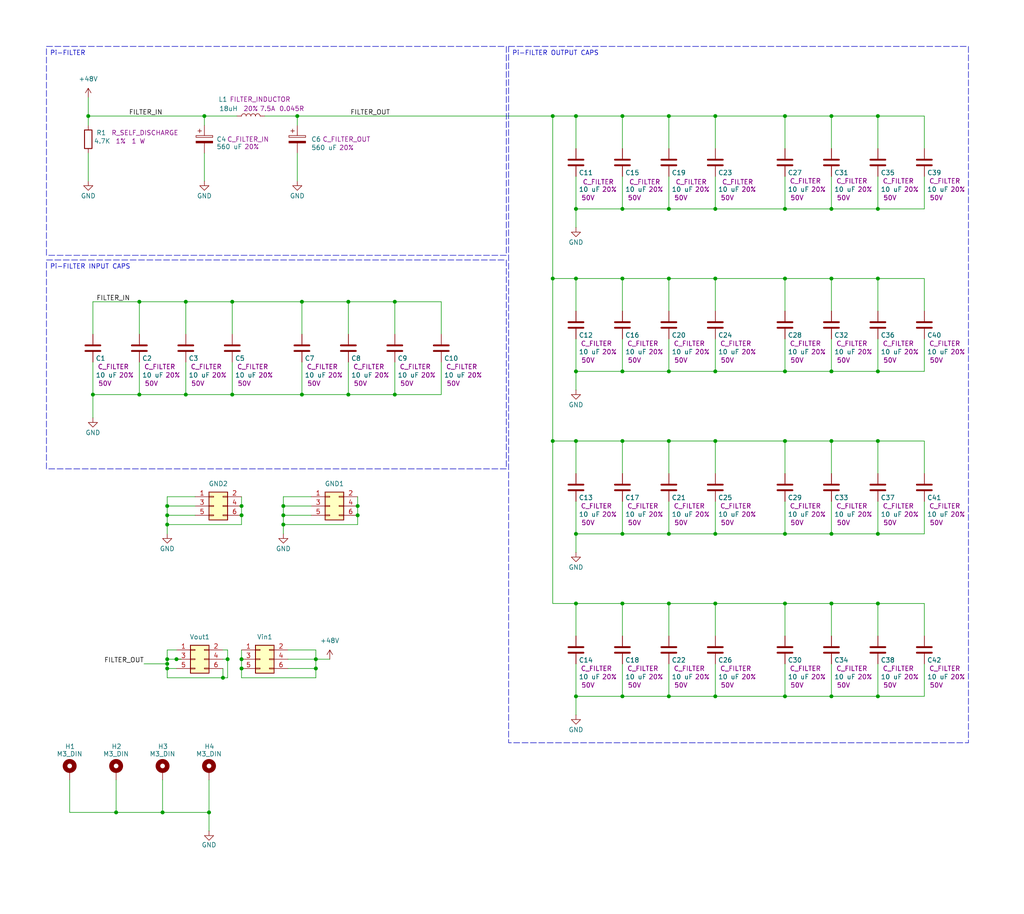
<source format=kicad_sch>
(kicad_sch (version 20250114) (generator "eeschema") (generator_version "9.0")
  (paper "User" 280 250)
  (title_block (title "dual-converter-pi-filter-module") (date "2025-07-29") (rev "G") (company "Rack Robotics, Inc.") (comment 1 "For High-Current Phase"))
  (text_box "Pi-FILTER INPUT CAPS" (at 12.7 71.12 0) (size 125.73 57.15) (margins 0.9525 0.9525 0.9525 0.9525) (stroke (width 0) (type dash)) (effects (font (size 1.27 1.27)) (justify left top)))
  (text_box "Pi-FILTER" (at 12.7 12.7 0) (size 125.73 57.15) (margins 0.9525 0.9525 0.9525 0.9525) (stroke (width 0) (type dash)) (effects (font (size 1.27 1.27)) (justify left top)))
  (text_box "Pi-FILTER OUTPUT CAPS" (at 139.065 12.7 0) (size 125.73 190.5) (margins 0.9525 0.9525 0.9525 0.9525) (stroke (width 0) (type dash)) (effects (font (size 1.27 1.27)) (justify left top)))
  (junction (at 63.5 82.55))
  (junction (at 195.58 120.65))
  (junction (at 62.23 180.34))
  (junction (at 82.55 82.55))
  (junction (at 195.58 76.2))
  (junction (at 157.48 165.1))
  (junction (at 227.33 146.05))
  (junction (at 227.33 165.1))
  (junction (at 240.03 146.05))
  (junction (at 240.03 101.6))
  (junction (at 95.25 82.55))
  (junction (at 182.88 165.1))
  (junction (at 77.47 140.97))
  (junction (at 170.18 165.1))
  (junction (at 45.72 140.97))
  (junction (at 81.28 31.75))
  (junction (at 182.88 190.5))
  (junction (at 214.63 165.1))
  (junction (at 44.45 222.25))
  (junction (at 195.58 57.15))
  (junction (at 157.48 57.15))
  (junction (at 170.18 120.65))
  (junction (at 66.04 182.88))
  (junction (at 227.33 120.65))
  (junction (at 214.63 146.05))
  (junction (at 240.03 57.15))
  (junction (at 227.33 101.6))
  (junction (at 45.72 143.51))
  (junction (at 182.88 57.15))
  (junction (at 195.58 31.75))
  (junction (at 24.13 31.75))
  (junction (at 195.58 101.6))
  (junction (at 107.95 82.55))
  (junction (at 157.48 101.6))
  (junction (at 170.18 146.05))
  (junction (at 66.04 180.34))
  (junction (at 50.8 107.95))
  (junction (at 107.95 107.95))
  (junction (at 240.03 76.2))
  (junction (at 86.36 180.34))
  (junction (at 77.47 138.43))
  (junction (at 151.13 31.75))
  (junction (at 60.96 185.42))
  (junction (at 45.72 182.88))
  (junction (at 31.75 222.25))
  (junction (at 45.72 181.61))
  (junction (at 151.13 76.2))
  (junction (at 157.48 76.2))
  (junction (at 48.26 180.34))
  (junction (at 66.04 140.97))
  (junction (at 95.25 107.95))
  (junction (at 38.1 107.95))
  (junction (at 25.4 107.95))
  (junction (at 227.33 31.75))
  (junction (at 214.63 190.5))
  (junction (at 227.33 190.5))
  (junction (at 63.5 107.95))
  (junction (at 195.58 146.05))
  (junction (at 182.88 120.65))
  (junction (at 214.63 31.75))
  (junction (at 82.55 107.95))
  (junction (at 157.48 120.65))
  (junction (at 195.58 165.1))
  (junction (at 77.47 143.51))
  (junction (at 50.8 82.55))
  (junction (at 151.13 120.65))
  (junction (at 157.48 190.5))
  (junction (at 214.63 101.6))
  (junction (at 157.48 31.75))
  (junction (at 240.03 165.1))
  (junction (at 214.63 120.65))
  (junction (at 182.88 101.6))
  (junction (at 227.33 76.2))
  (junction (at 240.03 190.5))
  (junction (at 170.18 57.15))
  (junction (at 97.79 138.43))
  (junction (at 240.03 120.65))
  (junction (at 57.15 222.25))
  (junction (at 45.72 180.34))
  (junction (at 170.18 190.5))
  (junction (at 214.63 57.15))
  (junction (at 214.63 76.2))
  (junction (at 157.48 146.05))
  (junction (at 170.18 76.2))
  (junction (at 195.58 190.5))
  (junction (at 66.04 138.43))
  (junction (at 227.33 57.15))
  (junction (at 97.79 140.97))
  (junction (at 240.03 31.75))
  (junction (at 45.72 138.43))
  (junction (at 86.36 182.88))
  (junction (at 170.18 101.6))
  (junction (at 55.88 31.75))
  (junction (at 170.18 31.75))
  (junction (at 182.88 146.05))
  (junction (at 38.1 82.55))
  (junction (at 182.88 76.2))
  (junction (at 182.88 31.75))
  (no_connect (at -7.62 121.92))
  (wire (pts (xy 252.73 31.75) (xy 252.73 40.64)))
  (wire (pts (xy 157.48 31.75) (xy 157.48 40.64)))
  (wire (pts (xy 97.79 140.97) (xy 97.79 143.51)))
  (wire (pts (xy 240.03 101.6) (xy 252.73 101.6)))
  (wire (pts (xy 38.1 99.06) (xy 38.1 107.95)))
  (wire (pts (xy 63.5 82.55) (xy 82.55 82.55)))
  (wire (pts (xy 182.88 48.26) (xy 182.88 57.15)))
  (wire (pts (xy 182.88 31.75) (xy 195.58 31.75)))
  (wire (pts (xy 19.05 222.25) (xy 31.75 222.25)))
  (wire (pts (xy 50.8 82.55) (xy 63.5 82.55)))
  (wire (pts (xy 97.79 138.43) (xy 97.79 140.97)))
  (wire (pts (xy 227.33 92.71) (xy 227.33 101.6)))
  (wire (pts (xy 107.95 82.55) (xy 120.65 82.55)))
  (wire (pts (xy 252.73 92.71) (xy 252.73 101.6)))
  (wire (pts (xy 170.18 165.1) (xy 182.88 165.1)))
  (wire (pts (xy 24.13 41.91) (xy 24.13 49.53)))
  (wire (pts (xy 81.28 41.91) (xy 81.28 49.53)))
  (wire (pts (xy 19.05 213.36) (xy 19.05 222.25)))
  (wire (pts (xy 182.88 146.05) (xy 195.58 146.05)))
  (wire (pts (xy 195.58 165.1) (xy 214.63 165.1)))
  (wire (pts (xy 182.88 57.15) (xy 195.58 57.15)))
  (wire (pts (xy 214.63 76.2) (xy 214.63 85.09)))
  (wire (pts (xy 170.18 120.65) (xy 182.88 120.65)))
  (wire (pts (xy 45.72 182.88) (xy 45.72 181.61)))
  (wire (pts (xy 85.09 135.89) (xy 77.47 135.89)))
  (wire (pts (xy 44.45 222.25) (xy 57.15 222.25)))
  (wire (pts (xy 214.63 48.26) (xy 214.63 57.15)))
  (wire (pts (xy 86.36 180.34) (xy 90.17 180.34)))
  (wire (pts (xy 157.48 146.05) (xy 157.48 151.13)))
  (wire (pts (xy 182.88 31.75) (xy 182.88 40.64)))
  (wire (pts (xy 195.58 57.15) (xy 214.63 57.15)))
  (wire (pts (xy 195.58 76.2) (xy 214.63 76.2)))
  (wire (pts (xy 252.73 48.26) (xy 252.73 57.15)))
  (wire (pts (xy 48.26 177.8) (xy 45.72 177.8)))
  (wire (pts (xy 25.4 82.55) (xy 25.4 91.44)))
  (wire (pts (xy 107.95 82.55) (xy 107.95 91.44)))
  (wire (pts (xy 170.18 31.75) (xy 170.18 40.64)))
  (wire (pts (xy 214.63 101.6) (xy 227.33 101.6)))
  (wire (pts (xy 45.72 143.51) (xy 45.72 140.97)))
  (wire (pts (xy 95.25 82.55) (xy 95.25 91.44)))
  (wire (pts (xy 195.58 120.65) (xy 214.63 120.65)))
  (wire (pts (xy 62.23 185.42) (xy 60.96 185.42)))
  (wire (pts (xy 240.03 48.26) (xy 240.03 57.15)))
  (wire (pts (xy 62.23 180.34) (xy 62.23 185.42)))
  (wire (pts (xy 170.18 48.26) (xy 170.18 57.15)))
  (wire (pts (xy 45.72 180.34) (xy 48.26 180.34)))
  (wire (pts (xy 62.23 177.8) (xy 62.23 180.34)))
  (wire (pts (xy 252.73 120.65) (xy 252.73 129.54)))
  (wire (pts (xy 157.48 31.75) (xy 170.18 31.75)))
  (wire (pts (xy 157.48 190.5) (xy 170.18 190.5)))
  (wire (pts (xy 66.04 143.51) (xy 45.72 143.51)))
  (wire (pts (xy 25.4 82.55) (xy 38.1 82.55)))
  (wire (pts (xy 151.13 165.1) (xy 157.48 165.1)))
  (wire (pts (xy 45.72 135.89) (xy 45.72 138.43)))
  (wire (pts (xy 227.33 101.6) (xy 240.03 101.6)))
  (wire (pts (xy 31.75 222.25) (xy 44.45 222.25)))
  (wire (pts (xy 157.48 48.26) (xy 157.48 57.15)))
  (wire (pts (xy 57.15 227.33) (xy 57.15 222.25)))
  (wire (pts (xy 227.33 76.2) (xy 227.33 85.09)))
  (wire (pts (xy 240.03 165.1) (xy 240.03 173.99)))
  (wire (pts (xy 227.33 137.16) (xy 227.33 146.05)))
  (wire (pts (xy 50.8 99.06) (xy 50.8 107.95)))
  (wire (pts (xy 157.48 120.65) (xy 157.48 129.54)))
  (wire (pts (xy 60.96 180.34) (xy 62.23 180.34)))
  (wire (pts (xy 182.88 137.16) (xy 182.88 146.05)))
  (wire (pts (xy 170.18 57.15) (xy 182.88 57.15)))
  (wire (pts (xy 214.63 146.05) (xy 227.33 146.05)))
  (wire (pts (xy 195.58 101.6) (xy 214.63 101.6)))
  (wire (pts (xy 170.18 76.2) (xy 182.88 76.2)))
  (wire (pts (xy 55.88 34.29) (xy 55.88 31.75)))
  (wire (pts (xy 24.13 26.67) (xy 24.13 31.75)))
  (wire (pts (xy 227.33 31.75) (xy 240.03 31.75)))
  (wire (pts (xy 157.48 146.05) (xy 170.18 146.05)))
  (wire (pts (xy 170.18 165.1) (xy 170.18 173.99)))
  (wire (pts (xy 39.37 181.61) (xy 45.72 181.61)))
  (wire (pts (xy 38.1 82.55) (xy 50.8 82.55)))
  (wire (pts (xy 227.33 76.2) (xy 240.03 76.2)))
  (wire (pts (xy 214.63 165.1) (xy 214.63 173.99)))
  (wire (pts (xy 240.03 165.1) (xy 252.73 165.1)))
  (wire (pts (xy 97.79 143.51) (xy 77.47 143.51)))
  (wire (pts (xy 78.74 180.34) (xy 86.36 180.34)))
  (wire (pts (xy 95.25 82.55) (xy 107.95 82.55)))
  (wire (pts (xy 157.48 120.65) (xy 170.18 120.65)))
  (wire (pts (xy 82.55 82.55) (xy 82.55 91.44)))
  (wire (pts (xy 214.63 120.65) (xy 227.33 120.65)))
  (wire (pts (xy 45.72 146.05) (xy 45.72 143.51)))
  (wire (pts (xy 157.48 76.2) (xy 157.48 85.09)))
  (wire (pts (xy 227.33 120.65) (xy 227.33 129.54)))
  (wire (pts (xy 95.25 107.95) (xy 107.95 107.95)))
  (wire (pts (xy 151.13 120.65) (xy 157.48 120.65)))
  (wire (pts (xy 227.33 190.5) (xy 240.03 190.5)))
  (wire (pts (xy 63.5 107.95) (xy 82.55 107.95)))
  (wire (pts (xy 170.18 146.05) (xy 182.88 146.05)))
  (wire (pts (xy 195.58 31.75) (xy 214.63 31.75)))
  (wire (pts (xy 120.65 82.55) (xy 120.65 91.44)))
  (wire (pts (xy 63.5 82.55) (xy 63.5 91.44)))
  (wire (pts (xy 170.18 76.2) (xy 170.18 85.09)))
  (wire (pts (xy 45.72 185.42) (xy 45.72 182.88)))
  (wire (pts (xy 157.48 76.2) (xy 170.18 76.2)))
  (wire (pts (xy 24.13 31.75) (xy 55.88 31.75)))
  (wire (pts (xy 77.47 146.05) (xy 77.47 143.51)))
  (wire (pts (xy 170.18 190.5) (xy 182.88 190.5)))
  (wire (pts (xy 227.33 146.05) (xy 240.03 146.05)))
  (wire (pts (xy 195.58 137.16) (xy 195.58 146.05)))
  (wire (pts (xy 77.47 140.97) (xy 77.47 138.43)))
  (wire (pts (xy 170.18 31.75) (xy 182.88 31.75)))
  (wire (pts (xy 252.73 165.1) (xy 252.73 173.99)))
  (wire (pts (xy 182.88 120.65) (xy 195.58 120.65)))
  (wire (pts (xy 38.1 107.95) (xy 50.8 107.95)))
  (wire (pts (xy 77.47 143.51) (xy 77.47 140.97)))
  (wire (pts (xy 86.36 185.42) (xy 86.36 182.88)))
  (wire (pts (xy 227.33 120.65) (xy 240.03 120.65)))
  (wire (pts (xy 240.03 120.65) (xy 240.03 129.54)))
  (wire (pts (xy 157.48 165.1) (xy 157.48 173.99)))
  (wire (pts (xy 120.65 99.06) (xy 120.65 107.95)))
  (wire (pts (xy 38.1 82.55) (xy 38.1 91.44)))
  (wire (pts (xy 66.04 185.42) (xy 86.36 185.42)))
  (wire (pts (xy 82.55 107.95) (xy 95.25 107.95)))
  (wire (pts (xy 60.96 182.88) (xy 60.96 185.42)))
  (wire (pts (xy 240.03 31.75) (xy 252.73 31.75)))
  (wire (pts (xy 66.04 138.43) (xy 66.04 140.97)))
  (wire (pts (xy 151.13 31.75) (xy 151.13 76.2)))
  (wire (pts (xy 182.88 181.61) (xy 182.88 190.5)))
  (wire (pts (xy 77.47 138.43) (xy 85.09 138.43)))
  (wire (pts (xy 95.25 82.55) (xy 82.55 82.55)))
  (wire (pts (xy 227.33 165.1) (xy 240.03 165.1)))
  (wire (pts (xy 45.72 177.8) (xy 45.72 180.34)))
  (wire (pts (xy 45.72 140.97) (xy 53.34 140.97)))
  (wire (pts (xy 55.88 31.75) (xy 64.77 31.75)))
  (wire (pts (xy 182.88 165.1) (xy 182.88 173.99)))
  (wire (pts (xy 182.88 120.65) (xy 182.88 129.54)))
  (wire (pts (xy 157.48 165.1) (xy 170.18 165.1)))
  (wire (pts (xy 240.03 92.71) (xy 240.03 101.6)))
  (wire (pts (xy 240.03 190.5) (xy 252.73 190.5)))
  (wire (pts (xy 227.33 31.75) (xy 227.33 40.64)))
  (wire (pts (xy 214.63 31.75) (xy 214.63 40.64)))
  (wire (pts (xy 157.48 101.6) (xy 157.48 106.68)))
  (wire (pts (xy 151.13 76.2) (xy 157.48 76.2)))
  (wire (pts (xy 240.03 31.75) (xy 240.03 40.64)))
  (wire (pts (xy 25.4 107.95) (xy 38.1 107.95)))
  (wire (pts (xy 240.03 57.15) (xy 252.73 57.15)))
  (wire (pts (xy 195.58 190.5) (xy 214.63 190.5)))
  (wire (pts (xy 240.03 76.2) (xy 252.73 76.2)))
  (wire (pts (xy 195.58 76.2) (xy 195.58 85.09)))
  (wire (pts (xy 107.95 107.95) (xy 120.65 107.95)))
  (wire (pts (xy 195.58 92.71) (xy 195.58 101.6)))
  (wire (pts (xy 81.28 31.75) (xy 151.13 31.75)))
  (wire (pts (xy 195.58 120.65) (xy 195.58 129.54)))
  (wire (pts (xy 81.28 34.29) (xy 81.28 31.75)))
  (wire (pts (xy 97.79 135.89) (xy 97.79 138.43)))
  (wire (pts (xy 214.63 57.15) (xy 227.33 57.15)))
  (wire (pts (xy 66.04 180.34) (xy 66.04 182.88)))
  (wire (pts (xy 252.73 76.2) (xy 252.73 85.09)))
  (wire (pts (xy 25.4 107.95) (xy 25.4 114.3)))
  (wire (pts (xy 151.13 76.2) (xy 151.13 120.65)))
  (wire (pts (xy 252.73 181.61) (xy 252.73 190.5)))
  (wire (pts (xy 214.63 120.65) (xy 214.63 129.54)))
  (wire (pts (xy 214.63 181.61) (xy 214.63 190.5)))
  (wire (pts (xy 240.03 120.65) (xy 252.73 120.65)))
  (wire (pts (xy 157.48 101.6) (xy 170.18 101.6)))
  (wire (pts (xy 78.74 177.8) (xy 86.36 177.8)))
  (wire (pts (xy 66.04 140.97) (xy 66.04 143.51)))
  (wire (pts (xy 182.88 92.71) (xy 182.88 101.6)))
  (wire (pts (xy 195.58 48.26) (xy 195.58 57.15)))
  (wire (pts (xy 107.95 99.06) (xy 107.95 107.95)))
  (wire (pts (xy 240.03 76.2) (xy 240.03 85.09)))
  (wire (pts (xy 227.33 57.15) (xy 240.03 57.15)))
  (wire (pts (xy 45.72 181.61) (xy 45.72 180.34)))
  (wire (pts (xy 182.88 190.5) (xy 195.58 190.5)))
  (wire (pts (xy 170.18 101.6) (xy 182.88 101.6)))
  (wire (pts (xy 182.88 76.2) (xy 182.88 85.09)))
  (wire (pts (xy 157.48 62.23) (xy 157.48 57.15)))
  (wire (pts (xy 66.04 177.8) (xy 66.04 180.34)))
  (wire (pts (xy 77.47 140.97) (xy 85.09 140.97)))
  (wire (pts (xy 214.63 31.75) (xy 227.33 31.75)))
  (wire (pts (xy 240.03 146.05) (xy 252.73 146.05)))
  (wire (pts (xy 57.15 213.36) (xy 57.15 222.25)))
  (wire (pts (xy 157.48 137.16) (xy 157.48 146.05)))
  (wire (pts (xy 151.13 31.75) (xy 157.48 31.75)))
  (wire (pts (xy 157.48 190.5) (xy 157.48 195.58)))
  (wire (pts (xy 182.88 165.1) (xy 195.58 165.1)))
  (wire (pts (xy 48.26 182.88) (xy 45.72 182.88)))
  (wire (pts (xy 66.04 182.88) (xy 66.04 185.42)))
  (wire (pts (xy 31.75 213.36) (xy 31.75 222.25)))
  (wire (pts (xy 227.33 165.1) (xy 227.33 173.99)))
  (wire (pts (xy 50.8 82.55) (xy 50.8 91.44)))
  (wire (pts (xy 44.45 213.36) (xy 44.45 222.25)))
  (wire (pts (xy 182.88 76.2) (xy 195.58 76.2)))
  (wire (pts (xy 195.58 146.05) (xy 214.63 146.05)))
  (wire (pts (xy 86.36 182.88) (xy 86.36 180.34)))
  (wire (pts (xy 214.63 190.5) (xy 227.33 190.5)))
  (wire (pts (xy 60.96 185.42) (xy 45.72 185.42)))
  (wire (pts (xy 151.13 120.65) (xy 151.13 165.1)))
  (wire (pts (xy 170.18 181.61) (xy 170.18 190.5)))
  (wire (pts (xy 170.18 120.65) (xy 170.18 129.54)))
  (wire (pts (xy 157.48 57.15) (xy 170.18 57.15)))
  (wire (pts (xy 48.26 180.34) (xy 49.53 180.34)))
  (wire (pts (xy 45.72 140.97) (xy 45.72 138.43)))
  (wire (pts (xy 78.74 182.88) (xy 86.36 182.88)))
  (wire (pts (xy 170.18 137.16) (xy 170.18 146.05)))
  (wire (pts (xy 53.34 135.89) (xy 45.72 135.89)))
  (wire (pts (xy 195.58 31.75) (xy 195.58 40.64)))
  (wire (pts (xy 182.88 101.6) (xy 195.58 101.6)))
  (wire (pts (xy 195.58 181.61) (xy 195.58 190.5)))
  (wire (pts (xy 214.63 165.1) (xy 227.33 165.1)))
  (wire (pts (xy 157.48 181.61) (xy 157.48 190.5)))
  (wire (pts (xy 170.18 92.71) (xy 170.18 101.6)))
  (wire (pts (xy 240.03 181.61) (xy 240.03 190.5)))
  (wire (pts (xy 227.33 48.26) (xy 227.33 57.15)))
  (wire (pts (xy 240.03 137.16) (xy 240.03 146.05)))
  (wire (pts (xy 72.39 31.75) (xy 81.28 31.75)))
  (wire (pts (xy 24.13 31.75) (xy 24.13 34.29)))
  (wire (pts (xy 55.88 41.91) (xy 55.88 49.53)))
  (wire (pts (xy 25.4 99.06) (xy 25.4 107.95)))
  (wire (pts (xy 45.72 138.43) (xy 53.34 138.43)))
  (wire (pts (xy 95.25 99.06) (xy 95.25 107.95)))
  (wire (pts (xy 50.8 107.95) (xy 63.5 107.95)))
  (wire (pts (xy 214.63 92.71) (xy 214.63 101.6)))
  (wire (pts (xy 66.04 135.89) (xy 66.04 138.43)))
  (wire (pts (xy 227.33 181.61) (xy 227.33 190.5)))
  (wire (pts (xy 82.55 99.06) (xy 82.55 107.95)))
  (wire (pts (xy 86.36 177.8) (xy 86.36 180.34)))
  (wire (pts (xy 252.73 137.16) (xy 252.73 146.05)))
  (wire (pts (xy 157.48 92.71) (xy 157.48 101.6)))
  (wire (pts (xy 195.58 165.1) (xy 195.58 173.99)))
  (wire (pts (xy 63.5 99.06) (xy 63.5 107.95)))
  (wire (pts (xy 214.63 76.2) (xy 227.33 76.2)))
  (wire (pts (xy 77.47 135.89) (xy 77.47 138.43)))
  (wire (pts (xy 60.96 177.8) (xy 62.23 177.8)))
  (wire (pts (xy 214.63 137.16) (xy 214.63 146.05)))
  (label "FILTER_IN" (at 44.45 31.75 180))
  (label "FILTER_IN" (at 35.56 82.55 180))
  (label "FILTER_OUT" (at 106.68 31.75 180))
  (label "FILTER_OUT" (at 39.37 181.61 180))
  (symbol (lib_id "Mechanical:MountingHole_Pad") (at 19.05 210.82 0) (unit 1) (exclude_from_sim yes) (in_bom no)
    (property "Reference" "H1" (at 17.78 204.216 0) (effects (justify left)))
    (property "Value" "M3_DIN" (at 15.494 206.248 0) (effects (justify left)))
    (property "Footprint" "MountingHole:MountingHole_3.2mm_M3_DIN965_Pad_TopBottom" (effects (hide yes)))
    (property "Datasheet" "NULL" (effects (hide yes)))
    (property "Description" "M3 Mounting hole with op & bottom pads exposed" (effects (hide yes)))
    (property "Manufacturer" "NULL" (effects (hide yes)))
    (property "Manufacturer#" "NULL" (effects (hide yes)))
    (property "Distributor" "NULL" (effects (hide yes)))
    (property "Distributor#" "NULL" (effects (hide yes)))
    (property "Role" "NULL" (effects (hide yes)))
  )
  (symbol (lib_id "Device:C") (at 227.33 177.8 0) (unit 1)
    (property "Reference" "C34" (at 228.092 180.594 0) (effects (justify left)))
    (property "Value" "10 uF" (at 228.092 185.166 0) (effects (justify left)))
    (property "Footprint" "Capacitor_SMD:C_1206_3216Metric" (effects (hide yes)))
    (property "Datasheet" "https://mm.digikey.com/Volume0/opasdata/d220001/medias/docus/6358/CL31A106MBHNNNE.pdf" (effects (hide yes)))
    (property "Description" "10 µF ±20% 50V Ceramic Capacitor X5R 1206 (3216 Metric)" (effects (hide yes)))
    (property "Manufacturer" "Samsung Electro-Mechanics" (effects (hide yes)))
    (property "Manufacturer#" "CL31A106MBHNNNE" (effects (hide yes)))
    (property "Distributor" "Digikey Electronics, Inc." (effects (hide yes)))
    (property "Distributor#" "1276-6736-1-ND" (effects (hide yes)))
    (property "Role" "C_FILTER" (at 232.918 182.88 0))
    (property "Tolerance" "20%" (at 236.474 185.166 0))
    (property "Max Voltage" "50V" (at 230.632 187.452 0))
    (property "LCSC Part #" "C96600" (effects (hide yes)))
  )
  (symbol (lib_id "Device:C") (at 252.73 44.45 0) (unit 1)
    (property "Reference" "C39" (at 253.492 47.244 0) (effects (justify left)))
    (property "Value" "10 uF" (at 253.492 51.816 0) (effects (justify left)))
    (property "Footprint" "Capacitor_SMD:C_1206_3216Metric" (effects (hide yes)))
    (property "Datasheet" "https://mm.digikey.com/Volume0/opasdata/d220001/medias/docus/6358/CL31A106MBHNNNE.pdf" (effects (hide yes)))
    (property "Description" "10 µF ±20% 50V Ceramic Capacitor X5R 1206 (3216 Metric)" (effects (hide yes)))
    (property "Manufacturer" "Samsung Electro-Mechanics" (effects (hide yes)))
    (property "Manufacturer#" "CL31A106MBHNNNE" (effects (hide yes)))
    (property "Distributor" "Digikey Electronics, Inc." (effects (hide yes)))
    (property "Distributor#" "1276-6736-1-ND" (effects (hide yes)))
    (property "Role" "C_FILTER" (at 258.318 49.53 0))
    (property "Tolerance" "20%" (at 261.874 51.816 0))
    (property "Max Voltage" "50V" (at 256.032 54.102 0))
    (property "LCSC Part #" "C96600" (effects (hide yes)))
  )
  (symbol (lib_id "Device:C_Polarized") (at 55.88 38.1 0) (unit 1)
    (property "Reference" "C4" (at 59.182 38.1 0) (effects (justify left)))
    (property "Value" "560 uF" (at 59.182 40.132 0) (effects (justify left)))
    (property "Footprint" "powercore-development:PHA225" (effects (hide yes)))
    (property "Datasheet" "https://search.kemet.com/component-documentation/download/datasheet/PHA225MLP3560QE4" (effects (hide yes)))
    (property "Description" "560 µF 63 V Aluminum - Polymer Capacitors Axial, Can 92mOhm 3000 Hrs @ 125°C" (effects (hide yes)))
    (property "Manufacturer" "KEMET" (effects (hide yes)))
    (property "Manufacturer#" "PHA225MLP3560QE4" (effects (hide yes)))
    (property "Distributor" "Digikey Electronics, Inc." (effects (hide yes)))
    (property "Distributor#" "399-PHA225MLP3560QE4-ND" (effects (hide yes)))
    (property "Role" "C_FILTER_IN" (at 67.818 38.1 0))
    (property "Tolerance" "20%" (at 68.834 40.132 0))
    (property "Lifetime" "30000H" (effects (hide yes)))
    (property "RMS Current" "40.9A" (effects (hide yes)))
    (property "LCSC Part #" "C3274794" (effects (hide yes)))
  )
  (symbol (lib_id "Device:C") (at 170.18 177.8 0) (unit 1)
    (property "Reference" "C18" (at 170.942 180.594 0) (effects (justify left)))
    (property "Value" "10 uF" (at 170.942 185.166 0) (effects (justify left)))
    (property "Footprint" "Capacitor_SMD:C_1206_3216Metric" (effects (hide yes)))
    (property "Datasheet" "https://mm.digikey.com/Volume0/opasdata/d220001/medias/docus/6358/CL31A106MBHNNNE.pdf" (effects (hide yes)))
    (property "Description" "10 µF ±20% 50V Ceramic Capacitor X5R 1206 (3216 Metric)" (effects (hide yes)))
    (property "Manufacturer" "Samsung Electro-Mechanics" (effects (hide yes)))
    (property "Manufacturer#" "CL31A106MBHNNNE" (effects (hide yes)))
    (property "Distributor" "Digikey Electronics, Inc." (effects (hide yes)))
    (property "Distributor#" "1276-6736-1-ND" (effects (hide yes)))
    (property "Role" "C_FILTER" (at 175.768 182.88 0))
    (property "Tolerance" "20%" (at 179.324 185.166 0))
    (property "Max Voltage" "50V" (at 173.482 187.452 0))
    (property "LCSC Part #" "C96600" (effects (hide yes)))
  )
  (symbol (lib_id "power:+48V") (at 90.17 180.34 0) (unit 1)
    (property "Reference" "#PWR011" (effects (hide yes)))
    (property "Value" "+48V" (at 90.17 175.26 0))
    (property "Description" "Power symbol creates a global label with name \"+48V\"" (effects (hide yes)))
  )
  (symbol (lib_id "power:GND") (at 157.48 106.68 0) (unit 1)
    (property "Reference" "#PWR08" (effects (hide yes)))
    (property "Value" "GND" (at 157.48 110.744 0))
    (property "Description" "Power symbol creates a global label with name \"GND\" , ground" (effects (hide yes)))
  )
  (symbol (lib_id "Device:C") (at 157.48 88.9 0) (unit 1)
    (property "Reference" "C12" (at 158.242 91.694 0) (effects (justify left)))
    (property "Value" "10 uF" (at 158.242 96.266 0) (effects (justify left)))
    (property "Footprint" "Capacitor_SMD:C_1206_3216Metric" (effects (hide yes)))
    (property "Datasheet" "https://mm.digikey.com/Volume0/opasdata/d220001/medias/docus/6358/CL31A106MBHNNNE.pdf" (effects (hide yes)))
    (property "Description" "10 µF ±20% 50V Ceramic Capacitor X5R 1206 (3216 Metric)" (effects (hide yes)))
    (property "Manufacturer" "Samsung Electro-Mechanics" (effects (hide yes)))
    (property "Manufacturer#" "CL31A106MBHNNNE" (effects (hide yes)))
    (property "Distributor" "Digikey Electronics, Inc." (effects (hide yes)))
    (property "Distributor#" "1276-6736-1-ND" (effects (hide yes)))
    (property "Role" "C_FILTER" (at 163.068 93.98 0))
    (property "Tolerance" "20%" (at 166.624 96.266 0))
    (property "Max Voltage" "50V" (at 160.782 98.552 0))
    (property "LCSC Part #" "C96600" (effects (hide yes)))
  )
  (symbol (lib_id "Device:C") (at 107.95 95.25 0) (unit 1)
    (property "Reference" "C9" (at 108.712 98.044 0) (effects (justify left)))
    (property "Value" "10 uF" (at 108.712 102.616 0) (effects (justify left)))
    (property "Footprint" "Capacitor_SMD:C_1206_3216Metric" (effects (hide yes)))
    (property "Datasheet" "https://mm.digikey.com/Volume0/opasdata/d220001/medias/docus/6358/CL31A106MBHNNNE.pdf" (effects (hide yes)))
    (property "Description" "10 µF ±20% 50V Ceramic Capacitor X5R 1206 (3216 Metric)" (effects (hide yes)))
    (property "Manufacturer" "Samsung Electro-Mechanics" (effects (hide yes)))
    (property "Manufacturer#" "CL31A106MBHNNNE" (effects (hide yes)))
    (property "Distributor" "Digikey Electronics, Inc." (effects (hide yes)))
    (property "Distributor#" "1276-6736-1-ND" (effects (hide yes)))
    (property "Role" "C_FILTER" (at 113.538 100.33 0))
    (property "Tolerance" "20%" (at 117.094 102.616 0))
    (property "Max Voltage" "50V" (at 111.252 104.902 0))
    (property "LCSC Part #" "C96600" (effects (hide yes)))
  )
  (symbol (lib_id "Device:C") (at 227.33 133.35 0) (unit 1)
    (property "Reference" "C33" (at 228.092 136.144 0) (effects (justify left)))
    (property "Value" "10 uF" (at 228.092 140.716 0) (effects (justify left)))
    (property "Footprint" "Capacitor_SMD:C_1206_3216Metric" (effects (hide yes)))
    (property "Datasheet" "https://mm.digikey.com/Volume0/opasdata/d220001/medias/docus/6358/CL31A106MBHNNNE.pdf" (effects (hide yes)))
    (property "Description" "10 µF ±20% 50V Ceramic Capacitor X5R 1206 (3216 Metric)" (effects (hide yes)))
    (property "Manufacturer" "Samsung Electro-Mechanics" (effects (hide yes)))
    (property "Manufacturer#" "CL31A106MBHNNNE" (effects (hide yes)))
    (property "Distributor" "Digikey Electronics, Inc." (effects (hide yes)))
    (property "Distributor#" "1276-6736-1-ND" (effects (hide yes)))
    (property "Role" "C_FILTER" (at 232.918 138.43 0))
    (property "Tolerance" "20%" (at 236.474 140.716 0))
    (property "Max Voltage" "50V" (at 230.632 143.002 0))
    (property "LCSC Part #" "C96600" (effects (hide yes)))
  )
  (symbol (lib_id "power:GND") (at 25.4 114.3 0) (unit 1)
    (property "Reference" "#PWR03" (effects (hide yes)))
    (property "Value" "GND" (at 25.4 118.364 0))
    (property "Description" "Power symbol creates a global label with name \"GND\" , ground" (effects (hide yes)))
  )
  (symbol (lib_id "Device:C") (at 195.58 88.9 0) (unit 1)
    (property "Reference" "C24" (at 196.342 91.694 0) (effects (justify left)))
    (property "Value" "10 uF" (at 196.342 96.266 0) (effects (justify left)))
    (property "Footprint" "Capacitor_SMD:C_1206_3216Metric" (effects (hide yes)))
    (property "Datasheet" "https://mm.digikey.com/Volume0/opasdata/d220001/medias/docus/6358/CL31A106MBHNNNE.pdf" (effects (hide yes)))
    (property "Description" "10 µF ±20% 50V Ceramic Capacitor X5R 1206 (3216 Metric)" (effects (hide yes)))
    (property "Manufacturer" "Samsung Electro-Mechanics" (effects (hide yes)))
    (property "Manufacturer#" "CL31A106MBHNNNE" (effects (hide yes)))
    (property "Distributor" "Digikey Electronics, Inc." (effects (hide yes)))
    (property "Distributor#" "1276-6736-1-ND" (effects (hide yes)))
    (property "Role" "C_FILTER" (at 201.168 93.98 0))
    (property "Tolerance" "20%" (at 204.724 96.266 0))
    (property "Max Voltage" "50V" (at 198.882 98.552 0))
    (property "LCSC Part #" "C96600" (effects (hide yes)))
  )
  (symbol (lib_id "Device:C") (at 170.18 133.35 0) (unit 1)
    (property "Reference" "C17" (at 170.942 136.144 0) (effects (justify left)))
    (property "Value" "10 uF" (at 170.942 140.716 0) (effects (justify left)))
    (property "Footprint" "Capacitor_SMD:C_1206_3216Metric" (effects (hide yes)))
    (property "Datasheet" "https://mm.digikey.com/Volume0/opasdata/d220001/medias/docus/6358/CL31A106MBHNNNE.pdf" (effects (hide yes)))
    (property "Description" "10 µF ±20% 50V Ceramic Capacitor X5R 1206 (3216 Metric)" (effects (hide yes)))
    (property "Manufacturer" "Samsung Electro-Mechanics" (effects (hide yes)))
    (property "Manufacturer#" "CL31A106MBHNNNE" (effects (hide yes)))
    (property "Distributor" "Digikey Electronics, Inc." (effects (hide yes)))
    (property "Distributor#" "1276-6736-1-ND" (effects (hide yes)))
    (property "Role" "C_FILTER" (at 175.768 138.43 0))
    (property "Tolerance" "20%" (at 179.324 140.716 0))
    (property "Max Voltage" "50V" (at 173.482 143.002 0))
    (property "LCSC Part #" "C96600" (effects (hide yes)))
  )
  (symbol (lib_id "Mechanical:MountingHole_Pad") (at 44.45 210.82 0) (unit 1) (exclude_from_sim yes) (in_bom no)
    (property "Reference" "H3" (at 43.18 204.216 0) (effects (justify left)))
    (property "Value" "M3_DIN" (at 40.894 206.248 0) (effects (justify left)))
    (property "Footprint" "MountingHole:MountingHole_3.2mm_M3_DIN965_Pad_TopBottom" (effects (hide yes)))
    (property "Datasheet" "NULL" (effects (hide yes)))
    (property "Description" "M3 Mounting hole with op & bottom pads exposed" (effects (hide yes)))
    (property "Manufacturer" "NULL" (effects (hide yes)))
    (property "Manufacturer#" "NULL" (effects (hide yes)))
    (property "Distributor" "NULL" (effects (hide yes)))
    (property "Distributor#" "NULL" (effects (hide yes)))
    (property "Role" "NULL" (effects (hide yes)))
  )
  (symbol (lib_id "power:GND") (at 45.72 146.05 0) (unit 1)
    (property "Reference" "#PWR012" (effects (hide yes)))
    (property "Value" "GND" (at 45.72 150.114 0))
    (property "Description" "Power symbol creates a global label with name \"GND\" , ground" (effects (hide yes)))
  )
  (symbol (lib_id "power:GND") (at 81.28 49.53 0) (unit 1)
    (property "Reference" "#PWR06" (effects (hide yes)))
    (property "Value" "GND" (at 81.28 53.594 0))
    (property "Description" "Power symbol creates a global label with name \"GND\" , ground" (effects (hide yes)))
  )
  (symbol (lib_id "Connector_Generic:Conn_02x03_Odd_Even") (at 71.12 180.34 0) (unit 1)
    (property "Reference" "Vin1" (at 72.39 174.244 0))
    (property "Value" "Conn_02x03_Odd_Even" (effects (hide yes)))
    (property "Footprint" "Connector_PinHeader_2.54mm:PinHeader_2x03_P2.54mm_Vertical" (effects (hide yes)))
    (property "Description" "Generic connector, double row, 02x03, odd/even pin numbering scheme (row 1 odd numbers, row 2 even numbers), script generated (kicad-library-utils/schlib/autogen/connector/)" (effects (hide yes)))
  )
  (symbol (lib_id "Device:C") (at 214.63 177.8 0) (unit 1)
    (property "Reference" "C30" (at 215.392 180.594 0) (effects (justify left)))
    (property "Value" "10 uF" (at 215.392 185.166 0) (effects (justify left)))
    (property "Footprint" "Capacitor_SMD:C_1206_3216Metric" (effects (hide yes)))
    (property "Datasheet" "https://mm.digikey.com/Volume0/opasdata/d220001/medias/docus/6358/CL31A106MBHNNNE.pdf" (effects (hide yes)))
    (property "Description" "10 µF ±20% 50V Ceramic Capacitor X5R 1206 (3216 Metric)" (effects (hide yes)))
    (property "Manufacturer" "Samsung Electro-Mechanics" (effects (hide yes)))
    (property "Manufacturer#" "CL31A106MBHNNNE" (effects (hide yes)))
    (property "Distributor" "Digikey Electronics, Inc." (effects (hide yes)))
    (property "Distributor#" "1276-6736-1-ND" (effects (hide yes)))
    (property "Role" "C_FILTER" (at 220.218 182.88 0))
    (property "Tolerance" "20%" (at 223.774 185.166 0))
    (property "Max Voltage" "50V" (at 217.932 187.452 0))
    (property "LCSC Part #" "C96600" (effects (hide yes)))
  )
  (symbol (lib_id "Device:C") (at 25.4 95.25 0) (unit 1)
    (property "Reference" "C1" (at 26.162 98.044 0) (effects (justify left)))
    (property "Value" "10 uF" (at 26.162 102.616 0) (effects (justify left)))
    (property "Footprint" "Capacitor_SMD:C_1206_3216Metric" (effects (hide yes)))
    (property "Datasheet" "https://mm.digikey.com/Volume0/opasdata/d220001/medias/docus/6358/CL31A106MBHNNNE.pdf" (effects (hide yes)))
    (property "Description" "10 µF ±20% 50V Ceramic Capacitor X5R 1206 (3216 Metric)" (effects (hide yes)))
    (property "Manufacturer" "Samsung Electro-Mechanics" (effects (hide yes)))
    (property "Manufacturer#" "CL31A106MBHNNNE" (effects (hide yes)))
    (property "Distributor" "Digikey Electronics, Inc." (effects (hide yes)))
    (property "Distributor#" "1276-6736-1-ND" (effects (hide yes)))
    (property "Role" "C_FILTER" (at 30.988 100.33 0))
    (property "Tolerance" "20%" (at 34.544 102.616 0))
    (property "Max Voltage" "50V" (at 28.702 104.902 0))
    (property "LCSC Part #" "C96600" (effects (hide yes)))
  )
  (symbol (lib_id "Device:C") (at 182.88 44.45 0) (unit 1)
    (property "Reference" "C19" (at 183.642 47.244 0) (effects (justify left)))
    (property "Value" "10 uF" (at 183.642 51.816 0) (effects (justify left)))
    (property "Footprint" "Capacitor_SMD:C_1206_3216Metric" (effects (hide yes)))
    (property "Datasheet" "https://mm.digikey.com/Volume0/opasdata/d220001/medias/docus/6358/CL31A106MBHNNNE.pdf" (effects (hide yes)))
    (property "Description" "10 µF ±20% 50V Ceramic Capacitor X5R 1206 (3216 Metric)" (effects (hide yes)))
    (property "Manufacturer" "Samsung Electro-Mechanics" (effects (hide yes)))
    (property "Manufacturer#" "CL31A106MBHNNNE" (effects (hide yes)))
    (property "Distributor" "Digikey Electronics, Inc." (effects (hide yes)))
    (property "Distributor#" "1276-6736-1-ND" (effects (hide yes)))
    (property "Role" "C_FILTER" (at 188.976 49.784 0))
    (property "Tolerance" "20%" (at 192.024 51.816 0))
    (property "Max Voltage" "50V" (at 186.182 54.102 0))
    (property "LCSC Part #" "C96600" (effects (hide yes)))
  )
  (symbol (lib_id "Device:C") (at 182.88 133.35 0) (unit 1)
    (property "Reference" "C21" (at 183.642 136.144 0) (effects (justify left)))
    (property "Value" "10 uF" (at 183.642 140.716 0) (effects (justify left)))
    (property "Footprint" "Capacitor_SMD:C_1206_3216Metric" (effects (hide yes)))
    (property "Datasheet" "https://mm.digikey.com/Volume0/opasdata/d220001/medias/docus/6358/CL31A106MBHNNNE.pdf" (effects (hide yes)))
    (property "Description" "10 µF ±20% 50V Ceramic Capacitor X5R 1206 (3216 Metric)" (effects (hide yes)))
    (property "Manufacturer" "Samsung Electro-Mechanics" (effects (hide yes)))
    (property "Manufacturer#" "CL31A106MBHNNNE" (effects (hide yes)))
    (property "Distributor" "Digikey Electronics, Inc." (effects (hide yes)))
    (property "Distributor#" "1276-6736-1-ND" (effects (hide yes)))
    (property "Role" "C_FILTER" (at 188.468 138.43 0))
    (property "Tolerance" "20%" (at 192.024 140.716 0))
    (property "Max Voltage" "50V" (at 186.182 143.002 0))
    (property "LCSC Part #" "C96600" (effects (hide yes)))
  )
  (symbol (lib_id "Device:C") (at 240.03 133.35 0) (unit 1)
    (property "Reference" "C37" (at 240.792 136.144 0) (effects (justify left)))
    (property "Value" "10 uF" (at 240.792 140.716 0) (effects (justify left)))
    (property "Footprint" "Capacitor_SMD:C_1206_3216Metric" (effects (hide yes)))
    (property "Datasheet" "https://mm.digikey.com/Volume0/opasdata/d220001/medias/docus/6358/CL31A106MBHNNNE.pdf" (effects (hide yes)))
    (property "Description" "10 µF ±20% 50V Ceramic Capacitor X5R 1206 (3216 Metric)" (effects (hide yes)))
    (property "Manufacturer" "Samsung Electro-Mechanics" (effects (hide yes)))
    (property "Manufacturer#" "CL31A106MBHNNNE" (effects (hide yes)))
    (property "Distributor" "Digikey Electronics, Inc." (effects (hide yes)))
    (property "Distributor#" "1276-6736-1-ND" (effects (hide yes)))
    (property "Role" "C_FILTER" (at 245.618 138.43 0))
    (property "Tolerance" "20%" (at 249.174 140.716 0))
    (property "Max Voltage" "50V" (at 243.332 143.002 0))
    (property "LCSC Part #" "C96600" (effects (hide yes)))
  )
  (symbol (lib_id "Mechanical:MountingHole_Pad") (at 31.75 210.82 0) (unit 1) (exclude_from_sim yes) (in_bom no)
    (property "Reference" "H2" (at 30.48 204.216 0) (effects (justify left)))
    (property "Value" "M3_DIN" (at 28.194 206.248 0) (effects (justify left)))
    (property "Footprint" "MountingHole:MountingHole_3.2mm_M3_DIN965_Pad_TopBottom" (effects (hide yes)))
    (property "Datasheet" "NULL" (effects (hide yes)))
    (property "Description" "M3 Mounting hole with op & bottom pads exposed" (effects (hide yes)))
    (property "Manufacturer" "NULL" (effects (hide yes)))
    (property "Manufacturer#" "NULL" (effects (hide yes)))
    (property "Distributor" "NULL" (effects (hide yes)))
    (property "Distributor#" "NULL" (effects (hide yes)))
    (property "Role" "NULL" (effects (hide yes)))
  )
  (symbol (lib_id "Device:C") (at 227.33 44.45 0) (unit 1)
    (property "Reference" "C31" (at 228.092 47.244 0) (effects (justify left)))
    (property "Value" "10 uF" (at 228.092 51.816 0) (effects (justify left)))
    (property "Footprint" "Capacitor_SMD:C_1206_3216Metric" (effects (hide yes)))
    (property "Datasheet" "https://mm.digikey.com/Volume0/opasdata/d220001/medias/docus/6358/CL31A106MBHNNNE.pdf" (effects (hide yes)))
    (property "Description" "10 µF ±20% 50V Ceramic Capacitor X5R 1206 (3216 Metric)" (effects (hide yes)))
    (property "Manufacturer" "Samsung Electro-Mechanics" (effects (hide yes)))
    (property "Manufacturer#" "CL31A106MBHNNNE" (effects (hide yes)))
    (property "Distributor" "Digikey Electronics, Inc." (effects (hide yes)))
    (property "Distributor#" "1276-6736-1-ND" (effects (hide yes)))
    (property "Role" "C_FILTER" (at 232.918 49.53 0))
    (property "Tolerance" "20%" (at 236.474 51.816 0))
    (property "Max Voltage" "50V" (at 230.632 54.102 0))
    (property "LCSC Part #" "C96600" (effects (hide yes)))
  )
  (symbol (lib_id "power:GND") (at 157.48 195.58 0) (unit 1)
    (property "Reference" "#PWR010" (effects (hide yes)))
    (property "Value" "GND" (at 157.48 199.644 0))
    (property "Description" "Power symbol creates a global label with name \"GND\" , ground" (effects (hide yes)))
  )
  (symbol (lib_id "Device:C") (at 63.5 95.25 0) (unit 1)
    (property "Reference" "C5" (at 64.262 98.044 0) (effects (justify left)))
    (property "Value" "10 uF" (at 64.262 102.616 0) (effects (justify left)))
    (property "Footprint" "Capacitor_SMD:C_1206_3216Metric" (effects (hide yes)))
    (property "Datasheet" "https://mm.digikey.com/Volume0/opasdata/d220001/medias/docus/6358/CL31A106MBHNNNE.pdf" (effects (hide yes)))
    (property "Description" "10 µF ±20% 50V Ceramic Capacitor X5R 1206 (3216 Metric)" (effects (hide yes)))
    (property "Manufacturer" "Samsung Electro-Mechanics" (effects (hide yes)))
    (property "Manufacturer#" "CL31A106MBHNNNE" (effects (hide yes)))
    (property "Distributor" "Digikey Electronics, Inc." (effects (hide yes)))
    (property "Distributor#" "1276-6736-1-ND" (effects (hide yes)))
    (property "Role" "C_FILTER" (at 69.088 100.33 0))
    (property "Tolerance" "20%" (at 72.644 102.616 0))
    (property "Max Voltage" "50V" (at 66.802 104.902 0))
    (property "LCSC Part #" "C96600" (effects (hide yes)))
  )
  (symbol (lib_id "Device:C") (at 195.58 177.8 0) (unit 1)
    (property "Reference" "C26" (at 196.342 180.594 0) (effects (justify left)))
    (property "Value" "10 uF" (at 196.342 185.166 0) (effects (justify left)))
    (property "Footprint" "Capacitor_SMD:C_1206_3216Metric" (effects (hide yes)))
    (property "Datasheet" "https://mm.digikey.com/Volume0/opasdata/d220001/medias/docus/6358/CL31A106MBHNNNE.pdf" (effects (hide yes)))
    (property "Description" "10 µF ±20% 50V Ceramic Capacitor X5R 1206 (3216 Metric)" (effects (hide yes)))
    (property "Manufacturer" "Samsung Electro-Mechanics" (effects (hide yes)))
    (property "Manufacturer#" "CL31A106MBHNNNE" (effects (hide yes)))
    (property "Distributor" "Digikey Electronics, Inc." (effects (hide yes)))
    (property "Distributor#" "1276-6736-1-ND" (effects (hide yes)))
    (property "Role" "C_FILTER" (at 201.168 182.88 0))
    (property "Tolerance" "20%" (at 204.724 185.166 0))
    (property "Max Voltage" "50V" (at 198.882 187.452 0))
    (property "LCSC Part #" "C96600" (effects (hide yes)))
  )
  (symbol (lib_id "power:GND") (at 24.13 49.53 0) (unit 1)
    (property "Reference" "#PWR02" (effects (hide yes)))
    (property "Value" "GND" (at 24.13 53.594 0))
    (property "Description" "Power symbol creates a global label with name \"GND\" , ground" (effects (hide yes)))
  )
  (symbol (lib_id "Device:C") (at 195.58 44.45 0) (unit 1)
    (property "Reference" "C23" (at 196.342 47.244 0) (effects (justify left)))
    (property "Value" "10 uF" (at 196.342 51.816 0) (effects (justify left)))
    (property "Footprint" "Capacitor_SMD:C_1206_3216Metric" (effects (hide yes)))
    (property "Datasheet" "https://mm.digikey.com/Volume0/opasdata/d220001/medias/docus/6358/CL31A106MBHNNNE.pdf" (effects (hide yes)))
    (property "Description" "10 µF ±20% 50V Ceramic Capacitor X5R 1206 (3216 Metric)" (effects (hide yes)))
    (property "Manufacturer" "Samsung Electro-Mechanics" (effects (hide yes)))
    (property "Manufacturer#" "CL31A106MBHNNNE" (effects (hide yes)))
    (property "Distributor" "Digikey Electronics, Inc." (effects (hide yes)))
    (property "Distributor#" "1276-6736-1-ND" (effects (hide yes)))
    (property "Role" "C_FILTER" (at 201.676 49.784 0))
    (property "Tolerance" "20%" (at 204.724 51.816 0))
    (property "Max Voltage" "50V" (at 198.882 54.102 0))
    (property "LCSC Part #" "C96600" (effects (hide yes)))
  )
  (symbol (lib_id "Device:C") (at 214.63 133.35 0) (unit 1)
    (property "Reference" "C29" (at 215.392 136.144 0) (effects (justify left)))
    (property "Value" "10 uF" (at 215.392 140.716 0) (effects (justify left)))
    (property "Footprint" "Capacitor_SMD:C_1206_3216Metric" (effects (hide yes)))
    (property "Datasheet" "https://mm.digikey.com/Volume0/opasdata/d220001/medias/docus/6358/CL31A106MBHNNNE.pdf" (effects (hide yes)))
    (property "Description" "10 µF ±20% 50V Ceramic Capacitor X5R 1206 (3216 Metric)" (effects (hide yes)))
    (property "Manufacturer" "Samsung Electro-Mechanics" (effects (hide yes)))
    (property "Manufacturer#" "CL31A106MBHNNNE" (effects (hide yes)))
    (property "Distributor" "Digikey Electronics, Inc." (effects (hide yes)))
    (property "Distributor#" "1276-6736-1-ND" (effects (hide yes)))
    (property "Role" "C_FILTER" (at 220.218 138.43 0))
    (property "Tolerance" "20%" (at 223.774 140.716 0))
    (property "Max Voltage" "50V" (at 217.932 143.002 0))
    (property "LCSC Part #" "C96600" (effects (hide yes)))
  )
  (symbol (lib_id "Device:C") (at 170.18 88.9 0) (unit 1)
    (property "Reference" "C16" (at 170.942 91.694 0) (effects (justify left)))
    (property "Value" "10 uF" (at 170.942 96.266 0) (effects (justify left)))
    (property "Footprint" "Capacitor_SMD:C_1206_3216Metric" (effects (hide yes)))
    (property "Datasheet" "https://mm.digikey.com/Volume0/opasdata/d220001/medias/docus/6358/CL31A106MBHNNNE.pdf" (effects (hide yes)))
    (property "Description" "10 µF ±20% 50V Ceramic Capacitor X5R 1206 (3216 Metric)" (effects (hide yes)))
    (property "Manufacturer" "Samsung Electro-Mechanics" (effects (hide yes)))
    (property "Manufacturer#" "CL31A106MBHNNNE" (effects (hide yes)))
    (property "Distributor" "Digikey Electronics, Inc." (effects (hide yes)))
    (property "Distributor#" "1276-6736-1-ND" (effects (hide yes)))
    (property "Role" "C_FILTER" (at 175.768 93.98 0))
    (property "Tolerance" "20%" (at 179.324 96.266 0))
    (property "Max Voltage" "50V" (at 173.482 98.552 0))
    (property "LCSC Part #" "C96600" (effects (hide yes)))
  )
  (symbol (lib_id "Connector_Generic:Conn_02x03_Odd_Even") (at 90.17 138.43 0) (unit 1)
    (property "Reference" "GND1" (at 91.44 132.334 0))
    (property "Value" "Conn_02x03_Odd_Even" (effects (hide yes)))
    (property "Footprint" "Connector_PinHeader_2.54mm:PinHeader_2x03_P2.54mm_Vertical" (effects (hide yes)))
    (property "Description" "Generic connector, double row, 02x03, odd/even pin numbering scheme (row 1 odd numbers, row 2 even numbers), script generated (kicad-library-utils/schlib/autogen/connector/)" (effects (hide yes)))
  )
  (symbol (lib_id "Device:C") (at 82.55 95.25 0) (unit 1)
    (property "Reference" "C7" (at 83.312 98.044 0) (effects (justify left)))
    (property "Value" "10 uF" (at 83.312 102.616 0) (effects (justify left)))
    (property "Footprint" "Capacitor_SMD:C_1206_3216Metric" (effects (hide yes)))
    (property "Datasheet" "https://mm.digikey.com/Volume0/opasdata/d220001/medias/docus/6358/CL31A106MBHNNNE.pdf" (effects (hide yes)))
    (property "Description" "10 µF ±20% 50V Ceramic Capacitor X5R 1206 (3216 Metric)" (effects (hide yes)))
    (property "Manufacturer" "Samsung Electro-Mechanics" (effects (hide yes)))
    (property "Manufacturer#" "CL31A106MBHNNNE" (effects (hide yes)))
    (property "Distributor" "Digikey Electronics, Inc." (effects (hide yes)))
    (property "Distributor#" "1276-6736-1-ND" (effects (hide yes)))
    (property "Role" "C_FILTER" (at 88.138 100.33 0))
    (property "Tolerance" "20%" (at 91.694 102.616 0))
    (property "Max Voltage" "50V" (at 85.852 104.902 0))
    (property "LCSC Part #" "C96600" (effects (hide yes)))
  )
  (symbol (lib_id "Device:C") (at 182.88 177.8 0) (unit 1)
    (property "Reference" "C22" (at 183.642 180.594 0) (effects (justify left)))
    (property "Value" "10 uF" (at 183.642 185.166 0) (effects (justify left)))
    (property "Footprint" "Capacitor_SMD:C_1206_3216Metric" (effects (hide yes)))
    (property "Datasheet" "https://mm.digikey.com/Volume0/opasdata/d220001/medias/docus/6358/CL31A106MBHNNNE.pdf" (effects (hide yes)))
    (property "Description" "10 µF ±20% 50V Ceramic Capacitor X5R 1206 (3216 Metric)" (effects (hide yes)))
    (property "Manufacturer" "Samsung Electro-Mechanics" (effects (hide yes)))
    (property "Manufacturer#" "CL31A106MBHNNNE" (effects (hide yes)))
    (property "Distributor" "Digikey Electronics, Inc." (effects (hide yes)))
    (property "Distributor#" "1276-6736-1-ND" (effects (hide yes)))
    (property "Role" "C_FILTER" (at 188.468 182.88 0))
    (property "Tolerance" "20%" (at 192.024 185.166 0))
    (property "Max Voltage" "50V" (at 186.182 187.452 0))
    (property "LCSC Part #" "C96600" (effects (hide yes)))
  )
  (symbol (lib_id "power:+48V") (at 24.13 26.67 0) (unit 1)
    (property "Reference" "#PWR01" (effects (hide yes)))
    (property "Value" "+48V" (at 24.13 21.59 0))
    (property "Description" "Power symbol creates a global label with name \"+48V\"" (effects (hide yes)))
  )
  (symbol (lib_id "Connector_Generic:Conn_02x03_Odd_Even") (at 53.34 180.34 0) (unit 1)
    (property "Reference" "Vout1" (at 54.61 174.244 0))
    (property "Value" "Conn_02x03_Odd_Even" (effects (hide yes)))
    (property "Footprint" "Connector_PinHeader_2.54mm:PinHeader_2x03_P2.54mm_Vertical" (effects (hide yes)))
    (property "Description" "Generic connector, double row, 02x03, odd/even pin numbering scheme (row 1 odd numbers, row 2 even numbers), script generated (kicad-library-utils/schlib/autogen/connector/)" (effects (hide yes)))
  )
  (symbol (lib_id "Mechanical:MountingHole_Pad") (at 57.15 210.82 0) (unit 1) (exclude_from_sim yes) (in_bom no)
    (property "Reference" "H4" (at 55.88 204.216 0) (effects (justify left)))
    (property "Value" "M3_DIN" (at 53.594 206.248 0) (effects (justify left)))
    (property "Footprint" "MountingHole:MountingHole_3.2mm_M3_DIN965_Pad_TopBottom" (effects (hide yes)))
    (property "Datasheet" "NULL" (effects (hide yes)))
    (property "Description" "M3 Mounting hole with op & bottom pads exposed" (effects (hide yes)))
    (property "Manufacturer" "NULL" (effects (hide yes)))
    (property "Manufacturer#" "NULL" (effects (hide yes)))
    (property "Distributor" "NULL" (effects (hide yes)))
    (property "Distributor#" "NULL" (effects (hide yes)))
    (property "Role" "NULL" (effects (hide yes)))
  )
  (symbol (lib_id "Device:C_Polarized") (at 81.28 38.1 0) (unit 1)
    (property "Reference" "C6" (at 85.09 38.1 0) (effects (justify left)))
    (property "Value" "560 uF" (at 85.09 40.386 0) (effects (justify left)))
    (property "Footprint" "powercore-development:PHA225" (effects (hide yes)))
    (property "Datasheet" "https://search.kemet.com/component-documentation/download/datasheet/PHA225MLP3560QE4" (effects (hide yes)))
    (property "Description" "560 µF 63 V Aluminum - Polymer Capacitors Axial, Can 92mOhm 3000 Hrs @ 125°C" (effects (hide yes)))
    (property "Manufacturer" "KEMET" (effects (hide yes)))
    (property "Manufacturer#" "PHA225MLP3560QE4" (effects (hide yes)))
    (property "Distributor" "Digikey Electronics, Inc." (effects (hide yes)))
    (property "Distributor#" "399-PHA225MLP3560QE4-ND" (effects (hide yes)))
    (property "Role" "C_FILTER_OUT" (at 94.742 38.1 0))
    (property "Tolerance" "20%" (at 94.742 40.386 0))
    (property "Lifetime" "30000" (effects (hide yes)))
    (property "RMS Current" "40.9" (effects (hide yes)))
    (property "LCSC Part #" "C3274794" (effects (hide yes)))
  )
  (symbol (lib_id "power:GND") (at 55.88 49.53 0) (unit 1)
    (property "Reference" "#PWR04" (effects (hide yes)))
    (property "Value" "GND" (at 55.88 53.594 0))
    (property "Description" "Power symbol creates a global label with name \"GND\" , ground" (effects (hide yes)))
  )
  (symbol (lib_id "power:GND") (at 57.15 227.33 0) (unit 1)
    (property "Reference" "#PWR05" (effects (hide yes)))
    (property "Value" "GND" (at 57.15 231.14 0))
    (property "Description" "Power symbol creates a global label with name \"GND\" , ground" (effects (hide yes)))
  )
  (symbol (lib_id "Device:C") (at 252.73 177.8 0) (unit 1)
    (property "Reference" "C42" (at 253.492 180.594 0) (effects (justify left)))
    (property "Value" "10 uF" (at 253.492 185.166 0) (effects (justify left)))
    (property "Footprint" "Capacitor_SMD:C_1206_3216Metric" (effects (hide yes)))
    (property "Datasheet" "https://mm.digikey.com/Volume0/opasdata/d220001/medias/docus/6358/CL31A106MBHNNNE.pdf" (effects (hide yes)))
    (property "Description" "10 µF ±20% 50V Ceramic Capacitor X5R 1206 (3216 Metric)" (effects (hide yes)))
    (property "Manufacturer" "Samsung Electro-Mechanics" (effects (hide yes)))
    (property "Manufacturer#" "CL31A106MBHNNNE" (effects (hide yes)))
    (property "Distributor" "Digikey Electronics, Inc." (effects (hide yes)))
    (property "Distributor#" "1276-6736-1-ND" (effects (hide yes)))
    (property "Role" "C_FILTER" (at 258.318 182.88 0))
    (property "Tolerance" "20%" (at 261.874 185.166 0))
    (property "Max Voltage" "50V" (at 256.032 187.452 0))
    (property "LCSC Part #" "C96600" (effects (hide yes)))
  )
  (symbol (lib_id "Device:C") (at 227.33 88.9 0) (unit 1)
    (property "Reference" "C32" (at 228.092 91.694 0) (effects (justify left)))
    (property "Value" "10 uF" (at 228.092 96.266 0) (effects (justify left)))
    (property "Footprint" "Capacitor_SMD:C_1206_3216Metric" (effects (hide yes)))
    (property "Datasheet" "https://mm.digikey.com/Volume0/opasdata/d220001/medias/docus/6358/CL31A106MBHNNNE.pdf" (effects (hide yes)))
    (property "Description" "10 µF ±20% 50V Ceramic Capacitor X5R 1206 (3216 Metric)" (effects (hide yes)))
    (property "Manufacturer" "Samsung Electro-Mechanics" (effects (hide yes)))
    (property "Manufacturer#" "CL31A106MBHNNNE" (effects (hide yes)))
    (property "Distributor" "Digikey Electronics, Inc." (effects (hide yes)))
    (property "Distributor#" "1276-6736-1-ND" (effects (hide yes)))
    (property "Role" "C_FILTER" (at 232.918 93.98 0))
    (property "Tolerance" "20%" (at 236.474 96.266 0))
    (property "Max Voltage" "50V" (at 230.632 98.552 0))
    (property "LCSC Part #" "C96600" (effects (hide yes)))
  )
  (symbol (lib_id "Device:C") (at 182.88 88.9 0) (unit 1)
    (property "Reference" "C20" (at 183.642 91.694 0) (effects (justify left)))
    (property "Value" "10 uF" (at 183.642 96.266 0) (effects (justify left)))
    (property "Footprint" "Capacitor_SMD:C_1206_3216Metric" (effects (hide yes)))
    (property "Datasheet" "https://mm.digikey.com/Volume0/opasdata/d220001/medias/docus/6358/CL31A106MBHNNNE.pdf" (effects (hide yes)))
    (property "Description" "10 µF ±20% 50V Ceramic Capacitor X5R 1206 (3216 Metric)" (effects (hide yes)))
    (property "Manufacturer" "Samsung Electro-Mechanics" (effects (hide yes)))
    (property "Manufacturer#" "CL31A106MBHNNNE" (effects (hide yes)))
    (property "Distributor" "Digikey Electronics, Inc." (effects (hide yes)))
    (property "Distributor#" "1276-6736-1-ND" (effects (hide yes)))
    (property "Role" "C_FILTER" (at 188.468 93.98 0))
    (property "Tolerance" "20%" (at 192.024 96.266 0))
    (property "Max Voltage" "50V" (at 186.182 98.552 0))
    (property "LCSC Part #" "C96600" (effects (hide yes)))
  )
  (symbol (lib_id "Device:C") (at 240.03 88.9 0) (unit 1)
    (property "Reference" "C36" (at 240.792 91.694 0) (effects (justify left)))
    (property "Value" "10 uF" (at 240.792 96.266 0) (effects (justify left)))
    (property "Footprint" "Capacitor_SMD:C_1206_3216Metric" (effects (hide yes)))
    (property "Datasheet" "https://mm.digikey.com/Volume0/opasdata/d220001/medias/docus/6358/CL31A106MBHNNNE.pdf" (effects (hide yes)))
    (property "Description" "10 µF ±20% 50V Ceramic Capacitor X5R 1206 (3216 Metric)" (effects (hide yes)))
    (property "Manufacturer" "Samsung Electro-Mechanics" (effects (hide yes)))
    (property "Manufacturer#" "CL31A106MBHNNNE" (effects (hide yes)))
    (property "Distributor" "Digikey Electronics, Inc." (effects (hide yes)))
    (property "Distributor#" "1276-6736-1-ND" (effects (hide yes)))
    (property "Role" "C_FILTER" (at 245.618 93.98 0))
    (property "Tolerance" "20%" (at 249.174 96.266 0))
    (property "Max Voltage" "50V" (at 243.332 98.552 0))
    (property "LCSC Part #" "C96600" (effects (hide yes)))
  )
  (symbol (lib_id "power:GND") (at 77.47 146.05 0) (unit 1)
    (property "Reference" "#PWR013" (effects (hide yes)))
    (property "Value" "GND" (at 77.47 150.114 0))
    (property "Description" "Power symbol creates a global label with name \"GND\" , ground" (effects (hide yes)))
  )
  (symbol (lib_id "Device:R") (at 24.13 38.1 180) (unit 1)
    (property "Reference" "R1" (at 27.686 36.322 0))
    (property "Value" "4.7K" (at 27.94 38.608 0))
    (property "Footprint" "Resistor_SMD:R_2512_6332Metric" (effects (hide yes)))
    (property "Datasheet" "https://www.yageo.com/upload/media/product/products/datasheet/rchip/PYu-RC_Group_51_RoHS_L_12.pdf" (effects (hide yes)))
    (property "Description" "4.7 kOhms ±5% 1W Chip Resistor 2512 (6432 Metric) Moisture Resistant Thick Film" (effects (hide yes)))
    (property "Manufacturer" "YAGEO" (effects (hide yes)))
    (property "Manufacturer#" "RC2512JK-074K7L" (effects (hide yes)))
    (property "Distributor" "Digikey Electronics, Inc." (effects (hide yes)))
    (property "Distributor#" "YAG3405CT-ND" (effects (hide yes)))
    (property "Role" "R_SELF_DISCHARGE" (at 39.624 36.322 0))
    (property "Tolerance" "1%" (at 33.02 38.608 0))
    (property "Power" "1 W" (at 37.846 38.608 0))
    (property "LCSC Part #" "C878291" (effects (hide yes)))
  )
  (symbol (lib_id "Device:C") (at 38.1 95.25 0) (unit 1)
    (property "Reference" "C2" (at 38.862 98.044 0) (effects (justify left)))
    (property "Value" "10 uF" (at 38.862 102.616 0) (effects (justify left)))
    (property "Footprint" "Capacitor_SMD:C_1206_3216Metric" (effects (hide yes)))
    (property "Datasheet" "https://mm.digikey.com/Volume0/opasdata/d220001/medias/docus/6358/CL31A106MBHNNNE.pdf" (effects (hide yes)))
    (property "Description" "10 µF ±20% 50V Ceramic Capacitor X5R 1206 (3216 Metric)" (effects (hide yes)))
    (property "Manufacturer" "Samsung Electro-Mechanics" (effects (hide yes)))
    (property "Manufacturer#" "CL31A106MBHNNNE" (effects (hide yes)))
    (property "Distributor" "Digikey Electronics, Inc." (effects (hide yes)))
    (property "Distributor#" "1276-6736-1-ND" (effects (hide yes)))
    (property "Role" "C_FILTER" (at 43.688 100.33 0))
    (property "Tolerance" "20%" (at 47.244 102.616 0))
    (property "Max Voltage" "50V" (at 41.402 104.902 0))
    (property "LCSC Part #" "C96600" (effects (hide yes)))
  )
  (symbol (lib_id "Device:C") (at 95.25 95.25 0) (unit 1)
    (property "Reference" "C8" (at 96.012 98.044 0) (effects (justify left)))
    (property "Value" "10 uF" (at 96.012 102.616 0) (effects (justify left)))
    (property "Footprint" "Capacitor_SMD:C_1206_3216Metric" (effects (hide yes)))
    (property "Datasheet" "https://mm.digikey.com/Volume0/opasdata/d220001/medias/docus/6358/CL31A106MBHNNNE.pdf" (effects (hide yes)))
    (property "Description" "10 µF ±20% 50V Ceramic Capacitor X5R 1206 (3216 Metric)" (effects (hide yes)))
    (property "Manufacturer" "Samsung Electro-Mechanics" (effects (hide yes)))
    (property "Manufacturer#" "CL31A106MBHNNNE" (effects (hide yes)))
    (property "Distributor" "Digikey Electronics, Inc." (effects (hide yes)))
    (property "Distributor#" "1276-6736-1-ND" (effects (hide yes)))
    (property "Role" "C_FILTER" (at 100.838 100.33 0))
    (property "Tolerance" "20%" (at 104.394 102.616 0))
    (property "Max Voltage" "50V" (at 98.552 104.902 0))
    (property "LCSC Part #" "C96600" (effects (hide yes)))
  )
  (symbol (lib_id "Connector_Generic:Conn_02x03_Odd_Even") (at 58.42 138.43 0) (unit 1)
    (property "Reference" "GND2" (at 59.69 132.334 0))
    (property "Value" "Conn_02x03_Odd_Even" (effects (hide yes)))
    (property "Footprint" "Connector_PinHeader_2.54mm:PinHeader_2x03_P2.54mm_Vertical" (effects (hide yes)))
    (property "Description" "Generic connector, double row, 02x03, odd/even pin numbering scheme (row 1 odd numbers, row 2 even numbers), script generated (kicad-library-utils/schlib/autogen/connector/)" (effects (hide yes)))
  )
  (symbol (lib_id "Device:C") (at 195.58 133.35 0) (unit 1)
    (property "Reference" "C25" (at 196.342 136.144 0) (effects (justify left)))
    (property "Value" "10 uF" (at 196.342 140.716 0) (effects (justify left)))
    (property "Footprint" "Capacitor_SMD:C_1206_3216Metric" (effects (hide yes)))
    (property "Datasheet" "https://mm.digikey.com/Volume0/opasdata/d220001/medias/docus/6358/CL31A106MBHNNNE.pdf" (effects (hide yes)))
    (property "Description" "10 µF ±20% 50V Ceramic Capacitor X5R 1206 (3216 Metric)" (effects (hide yes)))
    (property "Manufacturer" "Samsung Electro-Mechanics" (effects (hide yes)))
    (property "Manufacturer#" "CL31A106MBHNNNE" (effects (hide yes)))
    (property "Distributor" "Digikey Electronics, Inc." (effects (hide yes)))
    (property "Distributor#" "1276-6736-1-ND" (effects (hide yes)))
    (property "Role" "C_FILTER" (at 201.168 138.43 0))
    (property "Tolerance" "20%" (at 204.724 140.716 0))
    (property "Max Voltage" "50V" (at 198.882 143.002 0))
    (property "LCSC Part #" "C96600" (effects (hide yes)))
  )
  (symbol (lib_id "Device:C") (at 214.63 44.45 0) (unit 1)
    (property "Reference" "C27" (at 215.392 47.244 0) (effects (justify left)))
    (property "Value" "10 uF" (at 215.392 51.816 0) (effects (justify left)))
    (property "Footprint" "Capacitor_SMD:C_1206_3216Metric" (effects (hide yes)))
    (property "Datasheet" "https://mm.digikey.com/Volume0/opasdata/d220001/medias/docus/6358/CL31A106MBHNNNE.pdf" (effects (hide yes)))
    (property "Description" "10 µF ±20% 50V Ceramic Capacitor X5R 1206 (3216 Metric)" (effects (hide yes)))
    (property "Manufacturer" "Samsung Electro-Mechanics" (effects (hide yes)))
    (property "Manufacturer#" "CL31A106MBHNNNE" (effects (hide yes)))
    (property "Distributor" "Digikey Electronics, Inc." (effects (hide yes)))
    (property "Distributor#" "1276-6736-1-ND" (effects (hide yes)))
    (property "Role" "C_FILTER" (at 220.218 49.53 0))
    (property "Tolerance" "20%" (at 223.774 51.816 0))
    (property "Max Voltage" "50V" (at 217.932 54.102 0))
    (property "LCSC Part #" "C96600" (effects (hide yes)))
  )
  (symbol (lib_id "Device:C") (at 157.48 133.35 0) (unit 1)
    (property "Reference" "C13" (at 158.242 136.144 0) (effects (justify left)))
    (property "Value" "10 uF" (at 158.242 140.716 0) (effects (justify left)))
    (property "Footprint" "Capacitor_SMD:C_1206_3216Metric" (effects (hide yes)))
    (property "Datasheet" "https://mm.digikey.com/Volume0/opasdata/d220001/medias/docus/6358/CL31A106MBHNNNE.pdf" (effects (hide yes)))
    (property "Description" "10 µF ±20% 50V Ceramic Capacitor X5R 1206 (3216 Metric)" (effects (hide yes)))
    (property "Manufacturer" "Samsung Electro-Mechanics" (effects (hide yes)))
    (property "Manufacturer#" "CL31A106MBHNNNE" (effects (hide yes)))
    (property "Distributor" "Digikey Electronics, Inc." (effects (hide yes)))
    (property "Distributor#" "1276-6736-1-ND" (effects (hide yes)))
    (property "Role" "C_FILTER" (at 163.068 138.43 0))
    (property "Tolerance" "20%" (at 166.624 140.716 0))
    (property "Max Voltage" "50V" (at 160.782 143.002 0))
    (property "LCSC Part #" "C96600" (effects (hide yes)))
  )
  (symbol (lib_id "Device:C") (at 240.03 177.8 0) (unit 1)
    (property "Reference" "C38" (at 240.792 180.594 0) (effects (justify left)))
    (property "Value" "10 uF" (at 240.792 185.166 0) (effects (justify left)))
    (property "Footprint" "Capacitor_SMD:C_1206_3216Metric" (effects (hide yes)))
    (property "Datasheet" "https://mm.digikey.com/Volume0/opasdata/d220001/medias/docus/6358/CL31A106MBHNNNE.pdf" (effects (hide yes)))
    (property "Description" "10 µF ±20% 50V Ceramic Capacitor X5R 1206 (3216 Metric)" (effects (hide yes)))
    (property "Manufacturer" "Samsung Electro-Mechanics" (effects (hide yes)))
    (property "Manufacturer#" "CL31A106MBHNNNE" (effects (hide yes)))
    (property "Distributor" "Digikey Electronics, Inc." (effects (hide yes)))
    (property "Distributor#" "1276-6736-1-ND" (effects (hide yes)))
    (property "Role" "C_FILTER" (at 245.618 182.88 0))
    (property "Tolerance" "20%" (at 249.174 185.166 0))
    (property "Max Voltage" "50V" (at 243.332 187.452 0))
    (property "LCSC Part #" "C96600" (effects (hide yes)))
  )
  (symbol (lib_id "Device:C") (at 170.18 44.45 0) (unit 1)
    (property "Reference" "C15" (at 170.942 47.244 0) (effects (justify left)))
    (property "Value" "10 uF" (at 170.942 51.816 0) (effects (justify left)))
    (property "Footprint" "Capacitor_SMD:C_1206_3216Metric" (effects (hide yes)))
    (property "Datasheet" "https://mm.digikey.com/Volume0/opasdata/d220001/medias/docus/6358/CL31A106MBHNNNE.pdf" (effects (hide yes)))
    (property "Description" "10 µF ±20% 50V Ceramic Capacitor X5R 1206 (3216 Metric)" (effects (hide yes)))
    (property "Manufacturer" "Samsung Electro-Mechanics" (effects (hide yes)))
    (property "Manufacturer#" "CL31A106MBHNNNE" (effects (hide yes)))
    (property "Distributor" "Digikey Electronics, Inc." (effects (hide yes)))
    (property "Distributor#" "1276-6736-1-ND" (effects (hide yes)))
    (property "Role" "C_FILTER" (at 176.276 49.784 0))
    (property "Tolerance" "20%" (at 179.324 51.816 0))
    (property "Max Voltage" "50V" (at 173.482 54.102 0))
    (property "LCSC Part #" "C96600" (effects (hide yes)))
  )
  (symbol (lib_id "Device:C") (at 157.48 177.8 0) (unit 1)
    (property "Reference" "C14" (at 158.242 180.594 0) (effects (justify left)))
    (property "Value" "10 uF" (at 158.242 185.166 0) (effects (justify left)))
    (property "Footprint" "Capacitor_SMD:C_1206_3216Metric" (effects (hide yes)))
    (property "Datasheet" "https://mm.digikey.com/Volume0/opasdata/d220001/medias/docus/6358/CL31A106MBHNNNE.pdf" (effects (hide yes)))
    (property "Description" "10 µF ±20% 50V Ceramic Capacitor X5R 1206 (3216 Metric)" (effects (hide yes)))
    (property "Manufacturer" "Samsung Electro-Mechanics" (effects (hide yes)))
    (property "Manufacturer#" "CL31A106MBHNNNE" (effects (hide yes)))
    (property "Distributor" "Digikey Electronics, Inc." (effects (hide yes)))
    (property "Distributor#" "1276-6736-1-ND" (effects (hide yes)))
    (property "Role" "C_FILTER" (at 163.068 182.88 0))
    (property "Tolerance" "20%" (at 166.624 185.166 0))
    (property "Max Voltage" "50V" (at 160.782 187.452 0))
    (property "LCSC Part #" "C96600" (effects (hide yes)))
  )
  (symbol (lib_id "Device:C") (at 120.65 95.25 0) (unit 1)
    (property "Reference" "C10" (at 121.412 98.044 0) (effects (justify left)))
    (property "Value" "10 uF" (at 121.412 102.616 0) (effects (justify left)))
    (property "Footprint" "Capacitor_SMD:C_1206_3216Metric" (effects (hide yes)))
    (property "Datasheet" "https://mm.digikey.com/Volume0/opasdata/d220001/medias/docus/6358/CL31A106MBHNNNE.pdf" (effects (hide yes)))
    (property "Description" "10 µF ±20% 50V Ceramic Capacitor X5R 1206 (3216 Metric)" (effects (hide yes)))
    (property "Manufacturer" "Samsung Electro-Mechanics" (effects (hide yes)))
    (property "Manufacturer#" "CL31A106MBHNNNE" (effects (hide yes)))
    (property "Distributor" "Digikey Electronics, Inc." (effects (hide yes)))
    (property "Distributor#" "1276-6736-1-ND" (effects (hide yes)))
    (property "Role" "C_FILTER" (at 126.238 100.33 0))
    (property "Tolerance" "20%" (at 129.794 102.616 0))
    (property "Max Voltage" "50V" (at 123.952 104.902 0))
    (property "LCSC Part #" "C96600" (effects (hide yes)))
  )
  (symbol (lib_id "Device:C") (at 252.73 133.35 0) (unit 1)
    (property "Reference" "C41" (at 253.492 136.144 0) (effects (justify left)))
    (property "Value" "10 uF" (at 253.492 140.716 0) (effects (justify left)))
    (property "Footprint" "Capacitor_SMD:C_1206_3216Metric" (effects (hide yes)))
    (property "Datasheet" "https://mm.digikey.com/Volume0/opasdata/d220001/medias/docus/6358/CL31A106MBHNNNE.pdf" (effects (hide yes)))
    (property "Description" "10 µF ±20% 50V Ceramic Capacitor X5R 1206 (3216 Metric)" (effects (hide yes)))
    (property "Manufacturer" "Samsung Electro-Mechanics" (effects (hide yes)))
    (property "Manufacturer#" "CL31A106MBHNNNE" (effects (hide yes)))
    (property "Distributor" "Digikey Electronics, Inc." (effects (hide yes)))
    (property "Distributor#" "1276-6736-1-ND" (effects (hide yes)))
    (property "Role" "C_FILTER" (at 258.318 138.43 0))
    (property "Tolerance" "20%" (at 261.874 140.716 0))
    (property "Max Voltage" "50V" (at 256.032 143.002 0))
    (property "LCSC Part #" "C96600" (effects (hide yes)))
  )
  (symbol (lib_id "Device:C") (at 240.03 44.45 0) (unit 1)
    (property "Reference" "C35" (at 240.792 47.244 0) (effects (justify left)))
    (property "Value" "10 uF" (at 240.792 51.816 0) (effects (justify left)))
    (property "Footprint" "Capacitor_SMD:C_1206_3216Metric" (effects (hide yes)))
    (property "Datasheet" "https://mm.digikey.com/Volume0/opasdata/d220001/medias/docus/6358/CL31A106MBHNNNE.pdf" (effects (hide yes)))
    (property "Description" "10 µF ±20% 50V Ceramic Capacitor X5R 1206 (3216 Metric)" (effects (hide yes)))
    (property "Manufacturer" "Samsung Electro-Mechanics" (effects (hide yes)))
    (property "Manufacturer#" "CL31A106MBHNNNE" (effects (hide yes)))
    (property "Distributor" "Digikey Electronics, Inc." (effects (hide yes)))
    (property "Distributor#" "1276-6736-1-ND" (effects (hide yes)))
    (property "Role" "C_FILTER" (at 245.618 49.53 0))
    (property "Tolerance" "20%" (at 249.174 51.816 0))
    (property "Max Voltage" "50V" (at 243.332 54.102 0))
    (property "LCSC Part #" "C96600" (effects (hide yes)))
  )
  (symbol (lib_id "Device:C") (at 50.8 95.25 0) (unit 1)
    (property "Reference" "C3" (at 51.562 98.044 0) (effects (justify left)))
    (property "Value" "10 uF" (at 51.562 102.616 0) (effects (justify left)))
    (property "Footprint" "Capacitor_SMD:C_1206_3216Metric" (effects (hide yes)))
    (property "Datasheet" "https://mm.digikey.com/Volume0/opasdata/d220001/medias/docus/6358/CL31A106MBHNNNE.pdf" (effects (hide yes)))
    (property "Description" "10 µF ±20% 50V Ceramic Capacitor X5R 1206 (3216 Metric)" (effects (hide yes)))
    (property "Manufacturer" "Samsung Electro-Mechanics" (effects (hide yes)))
    (property "Manufacturer#" "CL31A106MBHNNNE" (effects (hide yes)))
    (property "Distributor" "Digikey Electronics, Inc." (effects (hide yes)))
    (property "Distributor#" "1276-6736-1-ND" (effects (hide yes)))
    (property "Role" "C_FILTER" (at 56.388 100.33 0))
    (property "Tolerance" "20%" (at 59.944 102.616 0))
    (property "Max Voltage" "50V" (at 54.102 104.902 0))
    (property "LCSC Part #" "C96600" (effects (hide yes)))
  )
  (symbol (lib_id "Device:C") (at 157.48 44.45 0) (unit 1)
    (property "Reference" "C11" (at 158.242 47.244 0) (effects (justify left)))
    (property "Value" "10 uF" (at 158.242 51.816 0) (effects (justify left)))
    (property "Footprint" "Capacitor_SMD:C_1206_3216Metric" (effects (hide yes)))
    (property "Datasheet" "https://mm.digikey.com/Volume0/opasdata/d220001/medias/docus/6358/CL31A106MBHNNNE.pdf" (effects (hide yes)))
    (property "Description" "10 µF ±20% 50V Ceramic Capacitor X5R 1206 (3216 Metric)" (effects (hide yes)))
    (property "Manufacturer" "Samsung Electro-Mechanics" (effects (hide yes)))
    (property "Manufacturer#" "CL31A106MBHNNNE" (effects (hide yes)))
    (property "Distributor" "Digikey Electronics, Inc." (effects (hide yes)))
    (property "Distributor#" "1276-6736-1-ND" (effects (hide yes)))
    (property "Role" "C_FILTER" (at 163.576 49.784 0))
    (property "Tolerance" "20%" (at 166.624 51.816 0))
    (property "Max Voltage" "50V" (at 160.782 54.102 0))
    (property "LCSC Part #" "C96600" (effects (hide yes)))
  )
  (symbol (lib_id "Device:L") (at 68.58 31.75 90) (unit 1)
    (property "Reference" "L1" (at 60.96 27.178 90))
    (property "Value" "18uH" (at 62.484 29.718 90))
    (property "Footprint" "powercore-development:SRP1245A" (effects (hide yes)))
    (property "Datasheet" "https://www.bourns.com/docs/Product-Datasheets/SRP1245A.pdf" (effects (hide yes)))
    (property "Description" "18 µH Shielded Drum Core, Wirewound Inductor 7.5 A 45mOhm Max Nonstandard" (effects (hide yes)))
    (property "Manufacturer" "Bourns Inc." (effects (hide yes)))
    (property "Manufacturer#" "SRP1245A-180M" (effects (hide yes)))
    (property "Distributor" "Digikey Electronics, Inc." (effects (hide yes)))
    (property "Distributor#" "SRP1245A-180MCT-ND" (effects (hide yes)))
    (property "Role" "FILTER_INDUCTOR" (at 71.12 27.178 90))
    (property "Tolerance" "20%" (at 68.58 29.718 90))
    (property "DCR" "0.045R" (at 79.756 29.718 90))
    (property "Current Rating" "7.5A" (at 73.152 29.718 90))
    (property "Saturation" "11" (effects (hide yes)))
    (property "LCSC Part #" "C5926042" (effects (hide yes)))
  )
  (symbol (lib_id "power:GND") (at 157.48 62.23 0) (unit 1)
    (property "Reference" "#PWR07" (effects (hide yes)))
    (property "Value" "GND" (at 157.48 66.294 0))
    (property "Description" "Power symbol creates a global label with name \"GND\" , ground" (effects (hide yes)))
  )
  (symbol (lib_id "power:GND") (at 157.48 151.13 0) (unit 1)
    (property "Reference" "#PWR09" (effects (hide yes)))
    (property "Value" "GND" (at 157.48 155.194 0))
    (property "Description" "Power symbol creates a global label with name \"GND\" , ground" (effects (hide yes)))
  )
  (symbol (lib_id "Device:C") (at 252.73 88.9 0) (unit 1)
    (property "Reference" "C40" (at 253.492 91.694 0) (effects (justify left)))
    (property "Value" "10 uF" (at 253.492 96.266 0) (effects (justify left)))
    (property "Footprint" "Capacitor_SMD:C_1206_3216Metric" (effects (hide yes)))
    (property "Datasheet" "https://mm.digikey.com/Volume0/opasdata/d220001/medias/docus/6358/CL31A106MBHNNNE.pdf" (effects (hide yes)))
    (property "Description" "10 µF ±20% 50V Ceramic Capacitor X5R 1206 (3216 Metric)" (effects (hide yes)))
    (property "Manufacturer" "Samsung Electro-Mechanics" (effects (hide yes)))
    (property "Manufacturer#" "CL31A106MBHNNNE" (effects (hide yes)))
    (property "Distributor" "Digikey Electronics, Inc." (effects (hide yes)))
    (property "Distributor#" "1276-6736-1-ND" (effects (hide yes)))
    (property "Role" "C_FILTER" (at 258.318 93.98 0))
    (property "Tolerance" "20%" (at 261.874 96.266 0))
    (property "Max Voltage" "50V" (at 256.032 98.552 0))
    (property "LCSC Part #" "C96600" (effects (hide yes)))
  )
  (symbol (lib_id "Device:C") (at 214.63 88.9 0) (unit 1)
    (property "Reference" "C28" (at 215.392 91.694 0) (effects (justify left)))
    (property "Value" "10 uF" (at 215.392 96.266 0) (effects (justify left)))
    (property "Footprint" "Capacitor_SMD:C_1206_3216Metric" (effects (hide yes)))
    (property "Datasheet" "https://mm.digikey.com/Volume0/opasdata/d220001/medias/docus/6358/CL31A106MBHNNNE.pdf" (effects (hide yes)))
    (property "Description" "10 µF ±20% 50V Ceramic Capacitor X5R 1206 (3216 Metric)" (effects (hide yes)))
    (property "Manufacturer" "Samsung Electro-Mechanics" (effects (hide yes)))
    (property "Manufacturer#" "CL31A106MBHNNNE" (effects (hide yes)))
    (property "Distributor" "Digikey Electronics, Inc." (effects (hide yes)))
    (property "Distributor#" "1276-6736-1-ND" (effects (hide yes)))
    (property "Role" "C_FILTER" (at 220.218 93.98 0))
    (property "Tolerance" "20%" (at 223.774 96.266 0))
    (property "Max Voltage" "50V" (at 217.932 98.552 0))
    (property "LCSC Part #" "C96600" (effects (hide yes)))
  )
)
</source>
